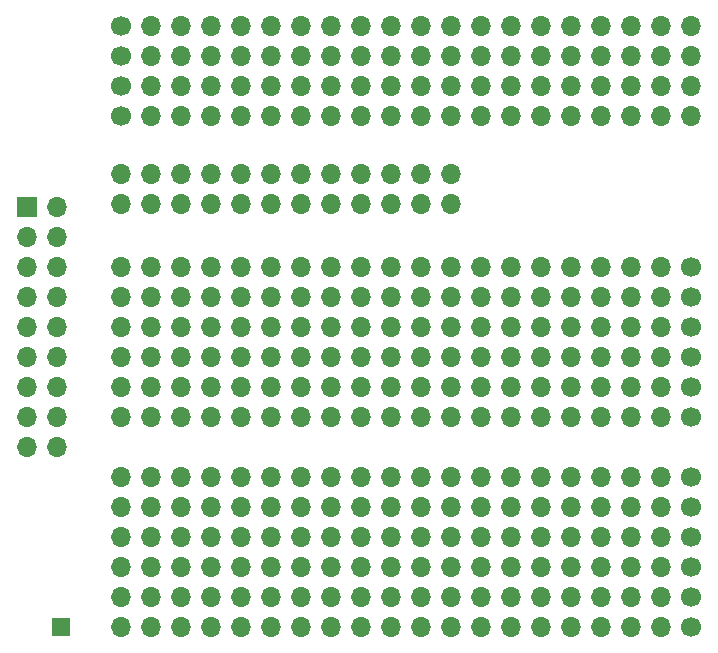
<source format=gbs>
G04 #@! TF.GenerationSoftware,KiCad,Pcbnew,8.0.8*
G04 #@! TF.CreationDate,2025-02-19T14:06:16-05:00*
G04 #@! TF.ProjectId,plot_gerbers,706c6f74-5f67-4657-9262-6572732e6b69,rev?*
G04 #@! TF.SameCoordinates,Original*
G04 #@! TF.FileFunction,Soldermask,Bot*
G04 #@! TF.FilePolarity,Negative*
%FSLAX46Y46*%
G04 Gerber Fmt 4.6, Leading zero omitted, Abs format (unit mm)*
G04 Created by KiCad (PCBNEW 8.0.8) date 2025-02-19 14:06:16*
%MOMM*%
%LPD*%
G01*
G04 APERTURE LIST*
%ADD10R,1.700000X1.700000*%
%ADD11O,1.700000X1.700000*%
%ADD12R,1.500000X1.500000*%
%ADD13C,1.700000*%
G04 APERTURE END LIST*
D10*
X116740000Y-100070000D03*
D11*
X119280000Y-100070000D03*
X116740000Y-102610000D03*
X119280000Y-102610000D03*
X116740000Y-105150000D03*
X119280000Y-105150000D03*
X116740000Y-107690000D03*
X119280000Y-107690000D03*
X116740000Y-110230000D03*
X119280000Y-110230000D03*
X116740000Y-112770000D03*
X119280000Y-112770000D03*
X116740000Y-115310000D03*
X119280000Y-115310000D03*
X116740000Y-117850000D03*
X119280000Y-117850000D03*
X116740000Y-120390000D03*
X119280000Y-120390000D03*
X124695000Y-97260000D03*
X124695000Y-99800000D03*
X127235000Y-97260000D03*
X127235000Y-99800000D03*
X129775000Y-97260000D03*
X129775000Y-99800000D03*
X132315000Y-97260000D03*
X132315000Y-99800000D03*
X134855000Y-97260000D03*
X134855000Y-99800000D03*
X137395000Y-97260000D03*
X137395000Y-99800000D03*
X139935000Y-97260000D03*
X139935000Y-99800000D03*
X142475000Y-97260000D03*
X142475000Y-99800000D03*
X145015000Y-97260000D03*
X145015000Y-99800000D03*
X147555000Y-97260000D03*
X147555000Y-99800000D03*
X150095000Y-97260000D03*
X150095000Y-99800000D03*
X152635000Y-97260000D03*
X152635000Y-99800000D03*
D12*
X119570000Y-135630000D03*
D13*
X172935000Y-105160000D03*
X172935000Y-107700000D03*
X172935000Y-110240000D03*
X172935000Y-112780000D03*
X172935000Y-115320000D03*
X172935000Y-117860000D03*
D11*
X170395000Y-105160000D03*
X170395000Y-107700000D03*
X170395000Y-110240000D03*
X170395000Y-112780000D03*
X170395000Y-115320000D03*
X170395000Y-117860000D03*
X167855000Y-105160000D03*
X167855000Y-107700000D03*
X167855000Y-110240000D03*
X167855000Y-112780000D03*
X167855000Y-115320000D03*
X167855000Y-117860000D03*
X165315000Y-105160000D03*
X165315000Y-107700000D03*
X165315000Y-110240000D03*
X165315000Y-112780000D03*
X165315000Y-115320000D03*
X165315000Y-117860000D03*
X162775000Y-105160000D03*
X162775000Y-107700000D03*
X162775000Y-110240000D03*
X162775000Y-112780000D03*
X162775000Y-115320000D03*
X162775000Y-117860000D03*
X160235000Y-105160000D03*
X160235000Y-107700000D03*
X160235000Y-110240000D03*
X160235000Y-112780000D03*
X160235000Y-115320000D03*
X160235000Y-117860000D03*
X157695000Y-105160000D03*
X157695000Y-107700000D03*
X157695000Y-110240000D03*
X157695000Y-112780000D03*
X157695000Y-115320000D03*
X157695000Y-117860000D03*
X155155000Y-105160000D03*
X155155000Y-107700000D03*
X155155000Y-110240000D03*
X155155000Y-112780000D03*
X155155000Y-115320000D03*
X155155000Y-117860000D03*
X152615000Y-105160000D03*
X152615000Y-107700000D03*
X152615000Y-110240000D03*
X152615000Y-112780000D03*
X152615000Y-115320000D03*
X152615000Y-117860000D03*
X150075000Y-105160000D03*
X150075000Y-107700000D03*
X150075000Y-110240000D03*
X150075000Y-112780000D03*
X150075000Y-115320000D03*
X150075000Y-117860000D03*
X147535000Y-105160000D03*
X147535000Y-107700000D03*
X147535000Y-110240000D03*
X147535000Y-112780000D03*
X147535000Y-115320000D03*
X147535000Y-117860000D03*
X144995000Y-105160000D03*
X144995000Y-107700000D03*
X144995000Y-110240000D03*
X144995000Y-112780000D03*
X144995000Y-115320000D03*
X144995000Y-117860000D03*
X142455000Y-105160000D03*
X142455000Y-107700000D03*
X142455000Y-110240000D03*
X142455000Y-112780000D03*
X142455000Y-115320000D03*
X142455000Y-117860000D03*
X139915000Y-105160000D03*
X139915000Y-107700000D03*
X139915000Y-110240000D03*
X139915000Y-112780000D03*
X139915000Y-115320000D03*
X139915000Y-117860000D03*
X137375000Y-105160000D03*
X137375000Y-107700000D03*
X137375000Y-110240000D03*
X137375000Y-112780000D03*
X137375000Y-115320000D03*
X137375000Y-117860000D03*
X134835000Y-105160000D03*
X134835000Y-107700000D03*
X134835000Y-110240000D03*
X134835000Y-112780000D03*
X134835000Y-115320000D03*
X134835000Y-117860000D03*
X132295000Y-105160000D03*
X132295000Y-107700000D03*
X132295000Y-110240000D03*
X132295000Y-112780000D03*
X132295000Y-115320000D03*
X132295000Y-117860000D03*
X129755000Y-105160000D03*
X129755000Y-107700000D03*
X129755000Y-110240000D03*
X129755000Y-112780000D03*
X129755000Y-115320000D03*
X129755000Y-117860000D03*
X127215000Y-105160000D03*
X127215000Y-107700000D03*
X127215000Y-110240000D03*
X127215000Y-112780000D03*
X127215000Y-115320000D03*
X127215000Y-117860000D03*
X124675000Y-105160000D03*
X124675000Y-107700000D03*
X124675000Y-110240000D03*
X124675000Y-112780000D03*
X124675000Y-115320000D03*
X124675000Y-117860000D03*
D13*
X172935000Y-122940000D03*
X172935000Y-125480000D03*
X172935000Y-128020000D03*
X172935000Y-130560000D03*
X172935000Y-133100000D03*
X172935000Y-135640000D03*
D11*
X170395000Y-122940000D03*
X170395000Y-125480000D03*
X170395000Y-128020000D03*
X170395000Y-130560000D03*
X170395000Y-133100000D03*
X170395000Y-135640000D03*
X167855000Y-122940000D03*
X167855000Y-125480000D03*
X167855000Y-128020000D03*
X167855000Y-130560000D03*
X167855000Y-133100000D03*
X167855000Y-135640000D03*
X165315000Y-122940000D03*
X165315000Y-125480000D03*
X165315000Y-128020000D03*
X165315000Y-130560000D03*
X165315000Y-133100000D03*
X165315000Y-135640000D03*
X162775000Y-122940000D03*
X162775000Y-125480000D03*
X162775000Y-128020000D03*
X162775000Y-130560000D03*
X162775000Y-133100000D03*
X162775000Y-135640000D03*
X160235000Y-122940000D03*
X160235000Y-125480000D03*
X160235000Y-128020000D03*
X160235000Y-130560000D03*
X160235000Y-133100000D03*
X160235000Y-135640000D03*
X157695000Y-122940000D03*
X157695000Y-125480000D03*
X157695000Y-128020000D03*
X157695000Y-130560000D03*
X157695000Y-133100000D03*
X157695000Y-135640000D03*
X155155000Y-122940000D03*
X155155000Y-125480000D03*
X155155000Y-128020000D03*
X155155000Y-130560000D03*
X155155000Y-133100000D03*
X155155000Y-135640000D03*
X152615000Y-122940000D03*
X152615000Y-125480000D03*
X152615000Y-128020000D03*
X152615000Y-130560000D03*
X152615000Y-133100000D03*
X152615000Y-135640000D03*
X150075000Y-122940000D03*
X150075000Y-125480000D03*
X150075000Y-128020000D03*
X150075000Y-130560000D03*
X150075000Y-133100000D03*
X150075000Y-135640000D03*
X147535000Y-122940000D03*
X147535000Y-125480000D03*
X147535000Y-128020000D03*
X147535000Y-130560000D03*
X147535000Y-133100000D03*
X147535000Y-135640000D03*
X144995000Y-122940000D03*
X144995000Y-125480000D03*
X144995000Y-128020000D03*
X144995000Y-130560000D03*
X144995000Y-133100000D03*
X144995000Y-135640000D03*
X142455000Y-122940000D03*
X142455000Y-125480000D03*
X142455000Y-128020000D03*
X142455000Y-130560000D03*
X142455000Y-133100000D03*
X142455000Y-135640000D03*
X139915000Y-122940000D03*
X139915000Y-125480000D03*
X139915000Y-128020000D03*
X139915000Y-130560000D03*
X139915000Y-133100000D03*
X139915000Y-135640000D03*
X137375000Y-122940000D03*
X137375000Y-125480000D03*
X137375000Y-128020000D03*
X137375000Y-130560000D03*
X137375000Y-133100000D03*
X137375000Y-135640000D03*
X134835000Y-122940000D03*
X134835000Y-125480000D03*
X134835000Y-128020000D03*
X134835000Y-130560000D03*
X134835000Y-133100000D03*
X134835000Y-135640000D03*
X132295000Y-122940000D03*
X132295000Y-125480000D03*
X132295000Y-128020000D03*
X132295000Y-130560000D03*
X132295000Y-133100000D03*
X132295000Y-135640000D03*
X129755000Y-122940000D03*
X129755000Y-125480000D03*
X129755000Y-128020000D03*
X129755000Y-130560000D03*
X129755000Y-133100000D03*
X129755000Y-135640000D03*
X127215000Y-122940000D03*
X127215000Y-125480000D03*
X127215000Y-128020000D03*
X127215000Y-130560000D03*
X127215000Y-133100000D03*
X127215000Y-135640000D03*
X124675000Y-122940000D03*
X124675000Y-125480000D03*
X124675000Y-128020000D03*
X124675000Y-130560000D03*
X124675000Y-133100000D03*
X124675000Y-135640000D03*
D13*
X124645000Y-92325000D03*
X124645000Y-89785000D03*
X124645000Y-87245000D03*
X124645000Y-84705000D03*
D11*
X127185000Y-92325000D03*
X127185000Y-89785000D03*
X127185000Y-87245000D03*
X127185000Y-84705000D03*
X129725000Y-92325000D03*
X129725000Y-89785000D03*
X129725000Y-87245000D03*
X129725000Y-84705000D03*
X132265000Y-92325000D03*
X132265000Y-89785000D03*
X132265000Y-87245000D03*
X132265000Y-84705000D03*
X134805000Y-92325000D03*
X134805000Y-89785000D03*
X134805000Y-87245000D03*
X134805000Y-84705000D03*
X137345000Y-92325000D03*
X137345000Y-89785000D03*
X137345000Y-87245000D03*
X137345000Y-84705000D03*
X139885000Y-92325000D03*
X139885000Y-89785000D03*
X139885000Y-87245000D03*
X139885000Y-84705000D03*
X142425000Y-92325000D03*
X142425000Y-89785000D03*
X142425000Y-87245000D03*
X142425000Y-84705000D03*
X144965000Y-92325000D03*
X144965000Y-89785000D03*
X144965000Y-87245000D03*
X144965000Y-84705000D03*
X147505000Y-92325000D03*
X147505000Y-89785000D03*
X147505000Y-87245000D03*
X147505000Y-84705000D03*
X150045000Y-92325000D03*
X150045000Y-89785000D03*
X150045000Y-87245000D03*
X150045000Y-84705000D03*
X152585000Y-92325000D03*
X152585000Y-89785000D03*
X152585000Y-87245000D03*
X152585000Y-84705000D03*
X155125000Y-92325000D03*
X155125000Y-89785000D03*
X155125000Y-87245000D03*
X155125000Y-84705000D03*
X157665000Y-92325000D03*
X157665000Y-89785000D03*
X157665000Y-87245000D03*
X157665000Y-84705000D03*
X160205000Y-92325000D03*
X160205000Y-89785000D03*
X160205000Y-87245000D03*
X160205000Y-84705000D03*
X162745000Y-92325000D03*
X162745000Y-89785000D03*
X162745000Y-87245000D03*
X162745000Y-84705000D03*
X165285000Y-92325000D03*
X165285000Y-89785000D03*
X165285000Y-87245000D03*
X165285000Y-84705000D03*
X167825000Y-92325000D03*
X167825000Y-89785000D03*
X167825000Y-87245000D03*
X167825000Y-84705000D03*
X170365000Y-92325000D03*
X170365000Y-89785000D03*
X170365000Y-87245000D03*
X170365000Y-84705000D03*
X172905000Y-92325000D03*
X172905000Y-89785000D03*
X172905000Y-87245000D03*
X172905000Y-84705000D03*
M02*

</source>
